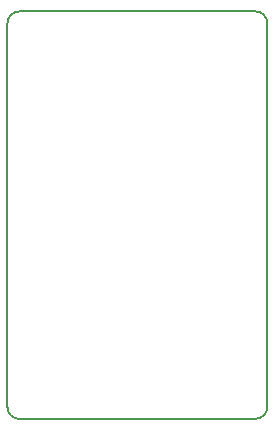
<source format=gbr>
G04 #@! TF.GenerationSoftware,KiCad,Pcbnew,5.0.1-33cea8e~68~ubuntu18.04.1*
G04 #@! TF.CreationDate,2018-10-29T18:28:05+11:00*
G04 #@! TF.ProjectId,PIC18F24K40,50494331384632344B34302E6B696361,rev?*
G04 #@! TF.SameCoordinates,Original*
G04 #@! TF.FileFunction,Profile,NP*
%FSLAX46Y46*%
G04 Gerber Fmt 4.6, Leading zero omitted, Abs format (unit mm)*
G04 Created by KiCad (PCBNEW 5.0.1-33cea8e~68~ubuntu18.04.1) date Mon 29 Oct 2018 18:28:05 AEDT*
%MOMM*%
%LPD*%
G01*
G04 APERTURE LIST*
%ADD10C,0.150000*%
G04 APERTURE END LIST*
D10*
X104500000Y-75000000D02*
G75*
G02X105500000Y-74000000I1000000J0D01*
G01*
X125500000Y-74000000D02*
G75*
G02X126500000Y-75000000I0J-1000000D01*
G01*
X126500000Y-107500000D02*
G75*
G02X125500000Y-108500000I-1000000J0D01*
G01*
X105500000Y-108500000D02*
G75*
G02X104500000Y-107500000I0J1000000D01*
G01*
X125500000Y-74000000D02*
X105500000Y-74000000D01*
X126500000Y-107500000D02*
X126500000Y-75000000D01*
X105500000Y-108500000D02*
X125500000Y-108500000D01*
X104500000Y-75000000D02*
X104500000Y-107500000D01*
M02*

</source>
